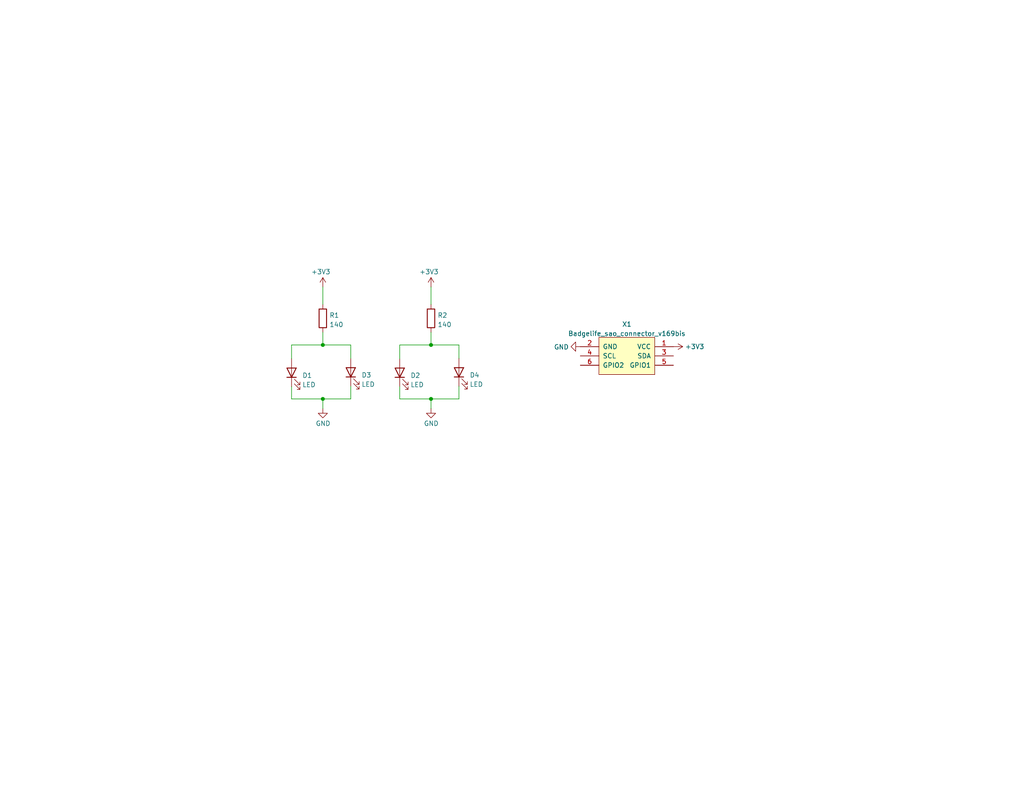
<source format=kicad_sch>
(kicad_sch (version 20211123) (generator eeschema)
  (paper "USLetter")
  (title_block (title "SAO Jack") (date "2022-08-09") (rev "1.0") (company "@hamster") (comment 1 "github.com/hamster/defcon30"))
  (lib_symbols
    (symbol "Device:LED" (pin_numbers hide) (pin_names (offset 1.016) hide)
      (property "Reference" "D" (at 0 2.54 0))
      (property "Value" "LED" (at 0 -2.54 0))
      (symbol "LED_0_1"
        (polyline (pts (xy -1.27 -1.27) (xy -1.27 1.27)) (stroke (width 0.254)))
        (polyline (pts (xy -1.27 0) (xy 1.27 0)))
        (polyline (pts (xy 1.27 -1.27) (xy 1.27 1.27) (xy -1.27 0) (xy 1.27 -1.27)) (stroke (width 0.254)))
        (polyline (pts (xy -3.048 -0.762) (xy -4.572 -2.286) (xy -3.81 -2.286) (xy -4.572 -2.286) (xy -4.572 -1.524)))
        (polyline (pts (xy -1.778 -0.762) (xy -3.302 -2.286) (xy -2.54 -2.286) (xy -3.302 -2.286) (xy -3.302 -1.524)))
      )
      (symbol "LED_1_1"
        (pin passive line (at -3.81 0 0) (length 2.54) (name "K") (number "1"))
        (pin passive line (at 3.81 0 180) (length 2.54) (name "A") (number "2"))
      )
    )
    (symbol "Device:R" (pin_numbers hide) (pin_names (offset 0))
      (property "Reference" "R" (at 2.032 0 90))
      (property "Value" "R" (at 0 0 90))
      (symbol "R_0_1"
        (rectangle (start -1.016 -2.54) (end 1.016 2.54) (stroke (width 0.254)))
      )
      (symbol "R_1_1"
        (pin passive line (at 0 3.81 270) (length 1.27) (name "~") (number "1"))
        (pin passive line (at 0 -3.81 90) (length 1.27) (name "~") (number "2"))
      )
    )
    (symbol "badgelife_shitty_addon_v169bis:Badgelife_sao_connector_v169bis" (pin_names (offset 1.016))
      (property "Reference" "X" (at -7.112 8.382 0))
      (property "Value" "Badgelife_sao_connector_v169bis" (at 0 6.35 0))
      (symbol "Badgelife_sao_connector_v169bis_0_1"
        (rectangle (start 7.62 5.08) (end -7.62 -5.08) (fill (type background)))
      )
      (symbol "Badgelife_sao_connector_v169bis_1_1"
        (pin input line (at 12.7 2.54 180) (length 5.08) (name "VCC") (number "1"))
        (pin input line (at -12.7 2.54 0) (length 5.08) (name "GND") (number "2"))
        (pin input line (at 12.7 0 180) (length 5.08) (name "SDA") (number "3"))
        (pin input line (at -12.7 0 0) (length 5.08) (name "SCL") (number "4"))
        (pin input line (at 12.7 -2.54 180) (length 5.08) (name "GPIO1") (number "5"))
        (pin input line (at -12.7 -2.54 0) (length 5.08) (name "GPIO2") (number "6"))
      )
    )
    (symbol "power:+3.3V" (power) (pin_names (offset 0))
      (property "Value" "+3.3V" (at 0 3.556 0))
      (symbol "+3.3V_0_1"
        (polyline (pts (xy -0.762 1.27) (xy 0 2.54)))
        (polyline (pts (xy 0 0) (xy 0 2.54)))
        (polyline (pts (xy 0 2.54) (xy 0.762 1.27)))
      )
      (symbol "+3.3V_1_1"
        (pin power_in line (at 0 0 90) (length 0) hide (name "+3V3") (number "1"))
      )
    )
    (symbol "power:GND" (power) (pin_names (offset 0))
      (property "Value" "GND" (at 0 -3.81 0))
      (symbol "GND_0_1"
        (polyline (pts (xy 0 0) (xy 0 -1.27) (xy 1.27 -1.27) (xy 0 -2.54) (xy -1.27 -1.27) (xy 0 -1.27)))
      )
      (symbol "GND_1_1"
        (pin power_in line (at 0 0 270) (length 0) hide (name "GND") (number "1"))
      )
    )
  )
  (junction (at 88.0872 94.1832))
  (junction (at 117.602 108.9152))
  (junction (at 88.0872 108.9152))
  (junction (at 117.602 94.1832))
  (wire (pts (xy 88.0872 94.1832) (xy 88.0872 90.7288)))
  (wire (pts (xy 88.0872 108.9152) (xy 88.0872 111.5568)))
  (wire (pts (xy 79.5528 97.9424) (xy 79.5528 94.1832)))
  (wire (pts (xy 95.7072 105.4608) (xy 95.7072 108.9152)))
  (wire (pts (xy 79.5528 105.5624) (xy 79.5528 108.9152)))
  (wire (pts (xy 109.0676 105.5624) (xy 109.0676 108.9152)))
  (wire (pts (xy 125.222 94.1832) (xy 117.602 94.1832)))
  (wire (pts (xy 79.5528 94.1832) (xy 88.0872 94.1832)))
  (wire (pts (xy 95.7072 97.8408) (xy 95.7072 94.1832)))
  (wire (pts (xy 79.5528 108.9152) (xy 88.0872 108.9152)))
  (wire (pts (xy 117.602 108.9152) (xy 117.602 111.5568)))
  (wire (pts (xy 109.0676 108.9152) (xy 117.602 108.9152)))
  (wire (pts (xy 88.0872 78.3336) (xy 88.0872 83.1088)))
  (wire (pts (xy 125.222 97.8408) (xy 125.222 94.1832)))
  (wire (pts (xy 109.0676 97.9424) (xy 109.0676 94.1832)))
  (wire (pts (xy 95.7072 94.1832) (xy 88.0872 94.1832)))
  (wire (pts (xy 117.602 78.3336) (xy 117.602 83.1088)))
  (wire (pts (xy 125.222 108.9152) (xy 117.602 108.9152)))
  (wire (pts (xy 109.0676 94.1832) (xy 117.602 94.1832)))
  (wire (pts (xy 117.602 94.1832) (xy 117.602 90.7288)))
  (wire (pts (xy 125.222 105.4608) (xy 125.222 108.9152)))
  (wire (pts (xy 95.7072 108.9152) (xy 88.0872 108.9152)))
  (symbol (lib_id "Device:LED") (at 95.7072 101.6508 90) (unit 1)
    (property "Reference" "D3" (at 98.6282 102.4036 90) (effects (justify right)))
    (property "Value" "LED" (at 98.6282 104.9405 90) (effects (justify right)))
    (property "Footprint" "LED_THT:LED_D3.0mm" (effects hide))
  )
  (symbol (lib_id "Device:LED") (at 109.0676 101.7524 90) (unit 1)
    (property "Reference" "D2" (at 111.9886 102.5052 90) (effects (justify right)))
    (property "Value" "LED" (at 111.9886 105.0421 90) (effects (justify right)))
    (property "Footprint" "LED_THT:LED_D3.0mm" (effects hide))
  )
  (symbol (lib_id "power:GND") (at 88.0872 111.5568 0) (unit 1)
    (property "Reference" "#PWR02" (effects hide))
    (property "Value" "GND" (at 86.106 115.6208 0) (effects (justify left)))
  )
  (symbol (lib_id "Device:R") (at 117.602 86.9188 0) (unit 1)
    (property "Reference" "R2" (at 119.38 86.0841 0) (effects (justify left)))
    (property "Value" "140" (at 119.38 88.621 0) (effects (justify left)))
    (property "Footprint" "Resistor_THT:R_Axial_DIN0204_L3.6mm_D1.6mm_P7.62mm_Horizontal" (effects hide))
  )
  (symbol (lib_id "Device:LED") (at 79.5528 101.7524 90) (unit 1)
    (property "Reference" "D1" (at 82.4738 102.5052 90) (effects (justify right)))
    (property "Value" "LED" (at 82.4738 105.0421 90) (effects (justify right)))
    (property "Footprint" "LED_THT:LED_D3.0mm" (effects hide))
  )
  (symbol (lib_id "power:GND") (at 117.602 111.5568 0) (unit 1)
    (property "Reference" "#PWR04" (effects hide))
    (property "Value" "GND" (at 115.6208 115.6208 0) (effects (justify left)))
  )
  (symbol (lib_id "Device:R") (at 88.0872 86.9188 0) (unit 1)
    (property "Reference" "R1" (at 89.8652 86.0841 0) (effects (justify left)))
    (property "Value" "140" (at 89.8652 88.621 0) (effects (justify left)))
    (property "Footprint" "Resistor_THT:R_Axial_DIN0204_L3.6mm_D1.6mm_P7.62mm_Horizontal" (effects hide))
  )
  (symbol (lib_id "power:GND") (at 158.3436 94.6404 270) (unit 1)
    (property "Reference" "#PWR05" (effects hide))
    (property "Value" "GND" (at 151.13 94.742 90) (effects (justify left)))
  )
  (symbol (lib_id "power:+3.3V") (at 183.7436 94.6404 270) (unit 1)
    (property "Reference" "#PWR06" (effects hide))
    (property "Value" "+3.3V" (at 186.8932 94.6404 90) (effects (justify left)))
  )
  (symbol (lib_id "Device:LED") (at 125.222 101.6508 90) (unit 1)
    (property "Reference" "D4" (at 128.143 102.4036 90) (effects (justify right)))
    (property "Value" "LED" (at 128.143 104.9405 90) (effects (justify right)))
    (property "Footprint" "LED_THT:LED_D3.0mm" (effects hide))
  )
  (symbol (lib_id "power:+3.3V") (at 88.0872 78.3336 0) (unit 1)
    (property "Reference" "#PWR01" (effects hide))
    (property "Value" "+3.3V" (at 84.8868 74.2188 0) (effects (justify left)))
  )
  (symbol (lib_id "power:+3.3V") (at 117.602 78.3336 0) (unit 1)
    (property "Reference" "#PWR03" (effects hide))
    (property "Value" "+3.3V" (at 114.4016 74.2188 0) (effects (justify left)))
  )
  (symbol (lib_id "badgelife_shitty_addon_v169bis:Badgelife_sao_connector_v169bis") (at 171.0436 97.1804 0) (unit 1)
    (property "Reference" "X1" (at 171.0436 88.5276 0))
    (property "Value" "Badgelife_sao_connector_v169bis" (at 171.0436 91.0645 0))
    (property "Footprint" "lib_fp:Badgelife-Shitty-v1.69bis" (effects hide))
  )
)
</source>
